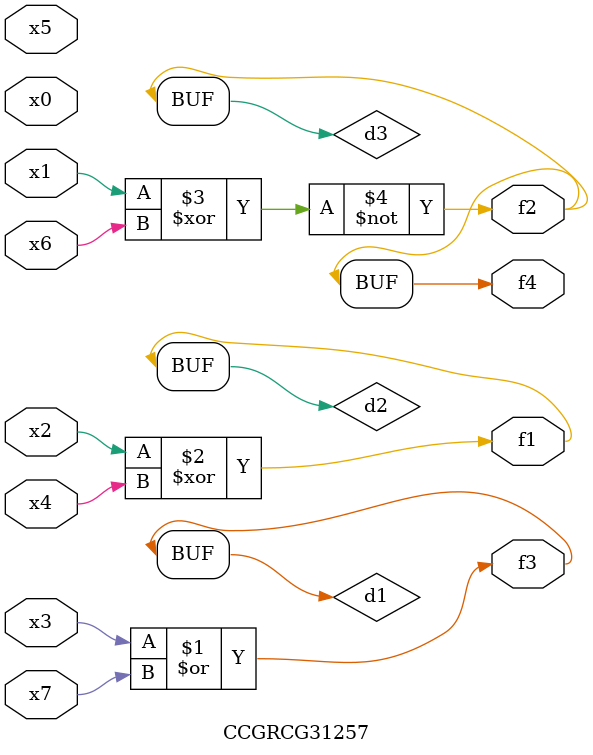
<source format=v>
module CCGRCG31257(
	input x0, x1, x2, x3, x4, x5, x6, x7,
	output f1, f2, f3, f4
);

	wire d1, d2, d3;

	or (d1, x3, x7);
	xor (d2, x2, x4);
	xnor (d3, x1, x6);
	assign f1 = d2;
	assign f2 = d3;
	assign f3 = d1;
	assign f4 = d3;
endmodule

</source>
